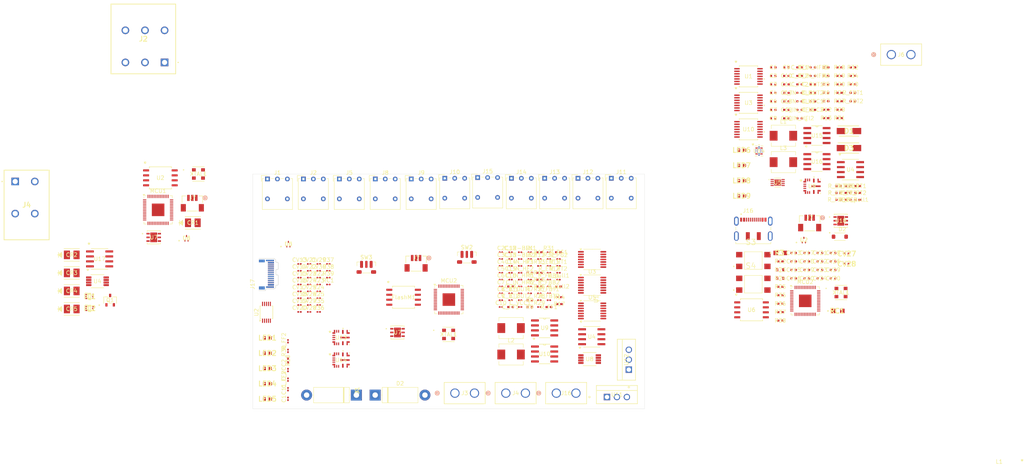
<source format=kicad_pcb>
(kicad_pcb (version 20240108) (generator "pcbnew") (generator_version "8.0")
  (layers (0 "F.Cu" signal) (1 "In1.Cu" signal) (2 "In2.Cu" signal) (3 "In3.Cu" signal) (4 "In4.Cu" signal) (31 "B.Cu" signal) (34 "B.Paste" user) (35 "F.Paste" user) (36 "B.SilkS" user "B.Silkscreen") (37 "F.SilkS" user "F.Silkscreen") (38 "B.Mask" user) (39 "F.Mask" user) (44 "Edge.Cuts" user))
  (net 0 "")
  (net 1 "Net-(U1-T+)")
  (net 2 "GND")
  (net 3 "Net-(U1-T-)")
  (net 4 "+3.3V")
  (net 5 "+5V")
  (net 6 "Net-(U3-T+)")
  (net 7 "Net-(U3-T-)")
  (net 8 "Net-(U5-T+)")
  (net 9 "Net-(U5-T-)")
  (net 10 "Net-(U8-EN)")
  (net 11 "Net-(MCU2-RUN)")
  (net 12 "Net-(MCU2-VREG_VOUT)")
  (net 13 "/5V REG")
  (net 14 "Net-(U13-SW)")
  (net 15 "Net-(U13-CBOOT)")
  (net 16 "Net-(U14-SW)")
  (net 17 "Net-(U14-CBOOT)")
  (net 18 "Net-(C_FF1-Pad1)")
  (net 19 "Net-(U13-FB)")
  (net 20 "Net-(U14-FB)")
  (net 21 "Net-(C_FF2-Pad1)")
  (net 22 "+16V")
  (net 23 "+12V")
  (net 24 "Net-(U13-VCC)")
  (net 25 "Net-(U14-VCC)")
  (net 26 "Net-(D1-A)")
  (net 27 "Net-(D2-A)")
  (net 28 "/RP2040 Standard/MCU QSPI_SD0")
  (net 29 "/RP2040 Standard/MCU QSPI_SD1")
  (net 30 "/RP2040 Standard/MCU QSPI_SS")
  (net 31 "/RP2040 Standard/MCU QSPI_SD2")
  (net 32 "/RP2040 Standard/MCU QSPI_SD3")
  (net 33 "/RP2040 Standard/MCU QSPI_SCLK")
  (net 34 "/THERMO1 T+")
  (net 35 "Net-(J2-Pin_1)")
  (net 36 "Net-(J5-Pin_1)")
  (net 37 "Net-(J7-Pad3)")
  (net 38 "Net-(J7-Pad1)")
  (net 39 "/THERMO1 T-")
  (net 40 "/THERMO2 T+")
  (net 41 "/THERMO2 T-")
  (net 42 "/THERMO3 T+")
  (net 43 "/THERMO3 T-")
  (net 44 "/ADC_AIN0")
  (net 45 "/RP2040 Standard/USB_DM")
  (net 47 "Net-(J17-CC1)")
  (net 50 "Net-(J17-CC2)")
  (net 53 "/RP2040 Standard/USB_DP")
  (net 55 "Net-(LED1-A)")
  (net 56 "Net-(LED2-K)")
  (net 57 "Net-(LED2-A)")
  (net 58 "Net-(LED3-A)")
  (net 59 "Net-(LED3-K)")
  (net 60 "Net-(LED4-A)")
  (net 61 "Net-(LED4-K)")
  (net 62 "Net-(LED5-K)")
  (net 63 "Net-(LED5-A)")
  (net 64 "/SPI_MOSI")
  (net 65 "/THERMO3_~{FAULT}")
  (net 66 "/THERMO2_~{FAULT}")
  (net 67 "/RS_RX")
  (net 68 "Net-(MCU2-USB_DM)")
  (net 69 "Net-(MCU2-SWCLK)")
  (net 70 "/RP2040 Standard/GP26_ADC0")
  (net 71 "/THERMO3_~{DRDY}")
  (net 72 "/DC.DC2 PGOOD")
  (net 73 "/THERMO1_~{CS}")
  (net 74 "/THERMO1_~{FAULT}")
  (net 75 "/RP2040 Standard/GP9{slash}SPI1 ~{CS}")
  (net 76 "/THERMO2_~{CS}")
  (net 77 "/Valve Control 2")
  (net 78 "/RP2040 Standard/GP29_ADC3")
  (net 79 "Net-(MCU2-SWD)")
  (net 80 "/RP2040 Standard/GP8{slash}SPI1 MISO")
  (net 81 "/RP2040 Standard/GP10{slash}SPI1 SCK")
  (net 82 "CRYSTAL")
  (net 84 "/ADC SDA I2C")
  (net 85 "/RP2040 Standard/GPIO3")
  (net 86 "/SPI_SCK")
  (net 87 "Net-(MCU2-USB_DP)")
  (net 88 "/RP2040 Standard/GP25{slash}PWM4 B")
  (net 89 "/ADC SDL I2C")
  (net 90 "/THERMO3_~{CS}")
  (net 91 "/DC.DC1 PGOOD")
  (net 92 "/RS_TX")
  (net 93 "/THERMO1_~{DRDY}")
  (net 94 "/RP2040 Standard/GP27_ADC1")
  (net 95 "/SPI_MISO")
  (net 96 "/THERMO2_~{DRDY}")
  (net 97 "/RP2040 Standard/GP28_ADC2")
  (net 98 "/RS_ENABLE")
  (net 99 "/Valve Control 1")
  (net 100 "/ADC RDY")
  (net 101 "Net-(U2-SDA)")
  (net 102 "Net-(U2-SCL)")
  (net 103 "/RP2040 Standard/~{RST}")
  (net 104 "Net-(XTAL1-TRI-STATE(STBY))")
  (net 105 "/RP2040 Standard/~{USB_BOOT}")
  (net 106 "Net-(U13-EN{slash}SYNC)")
  (net 107 "Net-(U14-EN{slash}SYNC)")
  (net 108 "+3V3")
  (net 109 "Net-(U13-RT)")
  (net 110 "Net-(U14-RT)")
  (net 113 "Net-(U2-ADDR)")
  (net 120 "Net-(U10-T+)")
  (net 121 "Net-(U10-T-)")
  (net 122 "Net-(U9-SW)")
  (net 123 "Net-(U9-CBOOT)")
  (net 124 "Net-(U9-VCC)")
  (net 125 "Net-(D2-PadA)")
  (net 126 "Net-(D3-A)")
  (net 135 "Net-(J16-CC1)")
  (net 136 "Net-(J16-CC2)")
  (net 137 "Net-(LED6-A)")
  (net 138 "Net-(LED7-A)")
  (net 139 "Net-(LED8-A)")
  (net 140 "Net-(LED9-A)")
  (net 141 "/TEMP ALERT")
  (net 142 "/TEMP SDA I2C")
  (net 143 "/TEMP SDL I2C")
  (net 144 "Net-(Q1-D)")
  (net 145 "Net-(U15-1SOURCE)")
  (net 146 "Net-(U15-2SOURCE)")
  (net 147 "Net-(U16-1SOURCE)")
  (net 148 "Net-(U16-2SOURCE)")
  (net 149 "Net-(U14-SCL)")
  (net 150 "Net-(U14-SDA)")
  (net 151 "Net-(U9-EN{slash}SYNC)")
  (net 152 "Net-(U9-FB)")
  (net 153 "Net-(U9-RT)")
  (net 163 "Net-(U4-EN)")
  (net 164 "Net-(CR1-Pad2)")
  (net 165 "Net-(CR2-Pad1)")
  (net 166 "Net-(CR3-Pad1)")
  (net 167 "Net-(CR4-Pad1)")
  (net 168 "Net-(CR5-Pad1)")
  (net 169 "Net-(IC1-E1)")
  (net 170 "Net-(IC1-E2)")
  (net 171 "Net-(IC2-E1)")
  (net 172 "Net-(IC2-E2)")
  (net 173 "Net-(J4-1.1)")
  (net 174 "Net-(J4-2.1)")
  (net 175 "Net-(MCU1-VREG_VOUT)")
  (net 176 "Net-(MCU1-USB_DP)")
  (net 177 "Net-(MCU1-SWCLK)")
  (net 178 "Net-(MCU1-RUN)")
  (net 179 "Net-(MCU1-SWD)")
  (net 180 "Net-(MCU1-USB_DM)")
  (net 182 "Net-(MCU1-GPIO25)")
  (footprint "SWD_Con:CONN_BM03B-SRSS-TBLFSN_JST" (layer "F.Cu") (at 232.6577 72.6083)
    (property "Reference" "J7")
    (property "Value" "BM03B-SRSS-TBLFSN")
  )
  (footprint "Capacitor_SMD:C_0201_0603Metric" (layer "F.Cu") (at 153.855 94)
    (property "Reference" "C10")
    (property "Value" "10nF")
  )
  (footprint "Resistor_SMD:R_0201_0603Metric" (layer "F.Cu") (at 166.105 92.25)
    (property "Reference" "R_FBT2")
    (property "Value" "100K")
  )
  (footprint "NOR Flash:SOIC_208MIL_WIN" (layer "F.Cu") (at 66.931601 60.9954)
    (property "Reference" "U2")
    (property "Value" "W25Q128JVSIQ TR")
  )
  (footprint "Package_SO:TSSOP-14_4.4x5mm_P0.65mm" (layer "F.Cu") (at 177.124201 94.9948)
    (property "Reference" "U5")
    (property "Value" "MAX31856")
  )
  (footprint "Package_SO:TSSOP-14_4.4x5mm_P0.65mm" (layer "F.Cu") (at 177.124201 88.4198)
    (property "Reference" "U3")
    (property "Value" "MAX31856")
  )
  (footprint "Resistor_SMD:R_0201_0603Metric" (layer "F.Cu") (at 109.795 88.25)
    (property "Reference" "RC1")
    (property "Value" "5k1")
  )
  (footprint "RES_0402:RES_0402" (layer "F.Cu") (at 168.740798 93.237997)
    (property "Reference" "R17")
    (property "Value" "10k")
  )
  (footprint "Capacitor_0402:Capacitor_0402" (layer "F.Cu") (at 230.0805 39.2744)
    (property "Reference" "C_IN-BLK1")
    (property "Value" "C")
  )
  (footprint "Capacitor_0402:Capacitor_0402" (layer "F.Cu") (at 238.6327 84.516)
    (property "Reference" "CV29")
    (property "Value" "1uF")
  )
  (footprint "Capacitor_0402:Capacitor_0402" (layer "F.Cu") (at 226.7183 32.7692)
    (property "Reference" "C9")
    (property "Value" "10nF")
  )
  (footprint "Capacitor_0402:Capacitor_0402" (layer "F.Cu") (at 231.9083 82.3476)
    (property "Reference" "CV18")
    (property "Value" "1uF")
  )
  (footprint "DCDC_LM61460:VQFN-HR14_RJR_TEX" (layer "F.Cu") (at 233.260799 63.138599)
    (property "Reference" "U9")
    (property "Value" "LM61460AASQRJRRQ1")
  )
  (footprint "Capacitor_0402:Capacitor_0402" (layer "F.Cu") (at 233.4427 39.2744)
    (property "Reference" "C_OUT2")
    (property "Value" "C")
  )
  (footprint "LDO ST1L05A:DFN_5APU33R_STM" (layer "F.Cu") (at 127.4478 100.5)
    (property "Reference" "U7")
    (property "Value" "ST1L05APU33R")
  )
  (footprint "RES_0402:RES_0402" (layer "F.Cu") (at 243.668995 32.7652)
    (property "Reference" "R32")
    (property "Value" "100")
  )
  (footprint "LED-Green_VLMC3100-GS08:LED_PLCC_VSMB" (layer "F.Cu") (at 44.302901 80.6762)
    (property "Reference" "CR2")
    (property "Value" "VLMC3100-GS08")
  )
  (footprint "Button_Switch_THT:SW_Lever_1P2T_NKK_GW12LxH" (layer "F.Cu") (at 147.92 60.92)
    (property "Reference" "J15")
    (property "Value" "Conn_01x01_Socket")
  )
  (footprint "Capacitor_SMD:C_0201_0603Metric" (layer "F.Cu") (at 104.895 93.5)
    (property "Reference" "CV27")
    (property "Value" "4.7uF")
  )
  (footprint "RES_0402:RES_0402" (layer "F.Cu") (at 236.825799 37.086)
    (property "Reference" "R5")
    (property "Value" "2k")
  )
  (footprint "Button_Switch_SMD:SW_Push_1P1T-MP_NO_Horizontal_Alps_SKRTLAE010" (layer "F.Cu") (at 145.15 81.45)
    (property "Reference" "SW2")
    (property "Value" "SW_Push")
  )
  (footprint "Capacitor_0402:Capacitor_0402" (layer "F.Cu") (at 156.305 88.75)
    (property "Reference" "C23")
    (property "Value" "100nF")
  )
  (footprint "Capacitor_0402:Capacitor_0402" (layer "F.Cu") (at 230.0805 37.106)
    (property "Reference" "C_FF2")
    (property "Value" "C")
  )
  (footprint "Diode-Schottky_RSX301L:DIOM5026X220N" (layer "F.Cu") (at 242.685 53.38)
    (property "Reference" "D3")
    (property "Value" "RSX301L-30DDTE25" (hide yes))
  )
  (footprint "RES_0402:RES_0402" (layer "F.Cu") (at 225.155799 82.3356)
    (property "Reference" "R22")
    (property "Value" "1k")
  )
  (footprint "Capacitor_0402:Capacitor_0402" (layer "F.Cu") (at 156.305 94)
    (property "Reference" "C_FF1")
    (property "Value" "C")
  )
  (footprint "2 PMOS:D8" (layer "F.Cu") (at 234.5096 50.1871)
    (property "Reference" "U15")
    (property "Value" "TPS1120DR")
  )
  (footprint "Capacitor_0402:Capacitor_0402" (layer "F.Cu") (at 223.3561 41.4428)
    (property "Reference" "C6")
    (property "Value" "100nF")
  )
  (footprint "I2C Voltage Translator:TSSOP8_SOT505-1_NXP" (layer "F.Cu") (at 50.873001 87.4124)
    (property "Reference" "U4")
    (property "Value" "PCA9306DP_118")
  )
  (footprint "Thermocouple:21-0066J_14_MXM" (layer "F.Cu") (at 217.0374 35.0679)
    (property "Reference" "U1")
    (property "Value" "MAX31856MUD+T")
  )
  (footprint "Capacitor_SMD:C_0201_0603Metric" (layer "F.Cu") (at 104.895 84.75)
    (property "Reference" "CV22")
    (property "Value" "100nF")
  )
  (footprint "AMASS_XT30UPB-M:CONN_XT30UPB-M_AMA" (layer "F.Cu") (at 253.5 29.5)
    (property "Reference" "J6")
    (property "Value" "XT30UPB-M")
  )
  (footprint "Capacitor_0402:Capacitor_0402" (layer "F.Cu") (at 226.7183 43.6112)
    (property "Reference" "C19")
    (property "Value" "100nF")
  )
  (footprint "Button_Switch_THT:SW_Lever_1P2T_NKK_GW12LxH" (layer "F.Cu") (at 165.0225 61.1025)
    (property "Reference" "J13")
    (property "Value" "Conn_01x01_Socket")
  )
  (footprint "Capacitor_0402:Capacitor_0402" (layer "F.Cu") (at 226.7183 37.106)
    (property "Reference" "C11")
    (property "Value" "100 nF")
  )
  (footprint "Capacitor_SMD:C_0201_0603Metric" (layer "F.Cu") (at 158.755 81.75)
    (property "Reference" "C_IN-BLK2")
    (property "Value" "C")
  )
  (footprint "Capacitor_0402:Capacitor_0402" (layer "F.Cu") (at 231.9083 84.516)
    (property "Reference" "CV19")
    (property "Value" "100nF")
  )
  (footprint "Red SMD LED:HSMHH191" (layer "F.Cu") (at 94.25 109.7)
    (property "Reference" "LED3")
    (property "Value" "HSMH-H191" (hide yes))
  )
  (footprint "RES_0402:RES_0402" (layer "F.Cu") (at 161.205 94)
    (property "Reference" "R9")
    (property "Value" "10K")
  )
  (footprint "Capacitor_0402:Capacitor_0402" (layer "F.Cu") (at 226.7183 45.7796)
    (property "Reference" "C20")
    (property "Value" "10nF")
  )
  (footprint "Resistor_SMD:R_0201_0603Metric" (layer "F.Cu") (at 168.555 83.5)
    (property "Reference" "R_RT1")
    (property "Value" "R")
  )
  (footprint "Capacitor_SMD:C_0201_0603Metric" (layer "F.Cu") (at 104.895 88.25)
    (property "Reference" "CV24")
    (property "Value" "100nF")
  )
  (footprint "Capacitor_SMD:C_0201_0603Metric" (layer "F.Cu") (at 102.445 91.75)
    (property "Reference" "CV18")
    (property "Value" "1uF")
  )
  (footprint "Schottky RSX301L:DIOM5026X220N" (layer "F.Cu") (at 242.685 49.03)
    (property "Reference" "D1")
    (property "Value" "RSX301L-30DDTE25" (hide yes))
  )
  (footprint "LED-Green_VLMC3100-GS08:LED_PLCC_VSMB" (layer "F.Cu") (at 75.212901 72.4762)
    (property "Reference" "CR1")
    (property "Value" "VLMC3100-GS08")
  )
  (footprint "2 PNP:SOTFL50P160X60-6N" (layer "F.Cu") (at 48.884501 94.3578)
    (property "Reference" "IC2")
    (property "Value" "NSVT30010MXV6T1G" (hide yes))
  )
  (footprint "Thermocouple:21-0066J_14_MXM" (layer "F.Cu") (at 217.0374 41.8337)
    (property "Reference" "U3")
    (property "Value" "MAX31856MUD+T")
  )
  (footprint "Resistor_SMD:R_0201_0603Metric" (layer "F.Cu") (at 163.655 83.5)
    (property "Reference" "R13")
    (property "Value" "100")
  )
  (footprint "ADS1114:RUG10" (layer "F.Cu") (at 219.7302 54.133)
    (property "Reference" "U14")
    (property "Value" "ADS1114IRUGR")
  )
  (footprint "Capacitor_SMD:C_0201_0603Metric" (layer "F.Cu") (at 102.445 90)
    (property "Reference" "CV17")
    (property "Value" "100nF")
  )
  (footprint "Capacitor_SMD:C_0201_0603Metric" (layer "F.Cu") (at 99.5 110.105 90)
    (property "Reference" "C_VCC2")
    (property "Value" "C")
  )
  (footprint "Red SMD LED:HSMHH191" (layer "F.Cu") (at 94.25 101.9)
    (property "Reference" "LED1")
    (property "Value" "HSMH-H191" (hide yes))
  )
  (footprint "Capacitor_SMD:C_0201_0603Metric" (layer "F.Cu") (at 153.855 90.5)
    (property "Reference" "C8")
    (property "Value" "100nF")
  )
  (footprint "RES_R0603_27:RES_R0603_27" (layer "F.Cu") (at 225.155799 84.496)
    (property "Reference" "R23")
    (property "Value" "27")
  )
  (footprint "AMASS_XT30UPB-M:CONN_XT30UPB-M_AMA" (layer "F.Cu") (at 155.1049 116)
    (property "Reference" "J4")
    (property "Value" "XT30UPB-M")
  )
  (footprint "Capacitor_SMD:C_0201_0603Metric" (layer "F.Cu") (at 153.855 80)
    (property "Reference" "C2")
    (property "Value" "100nF")
  )
  (footprint "Resistor_SMD:R_0201_0603Metric" (layer "F.Cu") (at 163.655 94)
    (property "Reference" "R29")
    (property "Value" "2k")
  )
  (footprint "AMASS_XT30UPB-M:CONN_XT30UPB-M_AMA" (layer "F.Cu") (at 142.1049 116)
    (property "Reference" "J3")
    (property "Value" "XT30UPB-M")
  )
  (footprint "Capacitor_0402:Capacitor_0402" (layer "F.Cu") (at 235.2705 86.6844)
    (property "Reference" "CV24")
    (property "Value" "100nF")
  )
  (footprint "PMEG2010ER:SODFL3517X110N" (layer "F.Cu") (at 240.355 76.025)
    (property "Reference" "D2")
    (property "Value" "PMEG2010ER")
  )
  (footprint "Resistor_SMD:R_0201_0603Metric" (layer "F.Cu") (at 99.5 102.755 90)
    (property "Reference" "R_FF2")
    (property "Value" "R")
  )
  (footprint "Capacitor_0402:Capacitor_0402" (layer "F.Cu") (at 223.3561 45.7796)
    (property "Reference" "C8")
    (property "Value" "10nF")
  )
  (footprint "Resistor_SMD:R_0201_0603Metric" (layer "F.Cu") (at 107.345 91.75)
    (property "Reference" "R25")
    (property "Value" "100")
  )
  (footprint "Button_Switch_THT:SW_Lever_1P2T_NKK_GW12LxH" (layer "F.Cu") (at 112.61 61.285)
    (property "Reference" "J5")
    (property "Value" "Conn_01x01_Socket")
  )
  (footprint "RES_0402:RES_0402" (layer "F.Cu") (at 240.247397 34.9256)
    (property "Reference" "R19")
    (property "Value" "47")
  )
  (footprint "Button_Switch_SMD:SW_Push_1P1T-MP_NO_Horizontal_Alps_SKRTLAE010" (layer "F.Cu") (at 119.5 84)
    (property "Reference" "SW3")
    (property "Value" "SW_Push")
  )
  (footprint "RES_0402:RES_0402" (layer "F.Cu") (at 244.91 63.09)
    (property "Reference" "R_RT1")
    (property "Value" "R")
  )
  (footprint "Dual PMOS:D8" (layer "F.Cu") (at 165 106)
    (property "Reference" "U10")
    (property "Value" "TPS1120DR")
  )
  (footprint "RES_0402:RES_0402" (layer "F.Cu") (at 99.5 107.655 90)
    (property "Reference" "R10")
    (property "Value" "10K")
  )
  (footprint "NOR Flash:SOIC_208MIL_WIN" (layer "F.Cu") (at 217.8121 94.7176)
    (property "Reference" "U6")
    (property "Value" "W25Q128JVSIQ TR")
  )
  (footprint "Button_Switch_THT:SW_Lever_1P2T_NKK_GW12LxH" (layer "F.Cu") (at 173.5225 61.1025)
    (property "Reference" "J12")
    (property "Value" "Conn_01x01_Socket")
  )
  (footprint "Diode_THT:D_5W_P12.70mm_Horizontal" (layer "F.Cu") (at 116.9549 116.5 180)
    (property "Reference" "D1")
    (property "Value" "1N5818")
  )
  (footprint "R_0805_5K1:R_0805_5K1" (layer "F.Cu") (at 225.155799 80.1752)
    (property "Reference" "R3")
    (property "Value" "5k1" (hide yes))
  )
  (footprint "Resistor_SMD:R_0201_0603Metric" (layer "F.Cu") (at 166.105 88.75)
    (property "Reference" "R_FBB2")
    (property "Value" "R")
  )
  (footprint "Red SMD LED:HSMHH191" (layer "F.Cu") (at 94.25 113.6)
    (property "Reference" "LED4")
    (property "Value" "HSMH-H191" (hide yes))
  )
  (footprint "Resistor_SMD:R_0201_0603Metric" (layer "F.Cu") (at 109.795 83)
    (property "Reference" "R37")
    (property "Value" "10k")
  )
  (footprint "Resistor_SMD:R_0201_0603Metric" (layer "F.Cu") (at 161.205 83.5)
    (property "Reference" "R3")
    (property "Value" "2k")
  )
  (footprint "Package_SO:TSSOP-10_3x3mm_P0.5mm" (layer "F.Cu") (at 94 95.35 90)
    (property "Reference" "U2")
    (property "Value" "ADS1114IDGS")
  )
  (footprint "Capacitor_SMD:C_0201_0603Metric" (layer "F.Cu") (at 158.755 87)
    (property "Reference" "C_IN_HFI1")
    (property "Value" "C")
  )
  (footprint "Capacitor_SMD:C_0201_0603Metric" (layer "F.Cu") (at 104.895 86.5)
    (property "Reference" "CV23")
    (property "Value" "100nF")
  )
  (footprint "Thermocouple:21-0066J_14_MXM" (layer "F.Cu") (at 217.0374 48.5995)
    (property "Reference" "U10")
    (property "Value" "MAX31856MUD+T")
  )
  (footprint "Resistor_SMD:R_0201_0603Metric" (layer "F.Cu") (at 107.345 88.25)
    (property "Reference" "R23")
    (property "Value" "27")
  )
  (footprint "Capacitor_0402:Capacitor_0402" (layer "F.Cu") (at 235.2705 80.1792)
    (property "Reference" "CV21")
    (property "Value" "100nF")
  )
  (footprint "2 PMOS:D8" (layer "F.Cu") (at 234.5096 56.8513)
    (property "Reference" "U16")
    (property "Value" "TPS1120DR")
  )
  (footprint "USBC-DX07S016JA1:JAE_DX07S016JA1R1500" (layer "F.Cu") (at 218.27 72.775)
    (property "Reference" "J16")
    (property "Value" "DX07S016JA1R1500")
    (fp_line (start 2.875 -0.315) (end 3.125 -0.315) (stroke (width 0.01)) (layer "Edge.Cuts"))
    (fp_line (start 3.125 0.315) (end 2.875 0.315) (stroke (width 0.01)) (layer "Edge.Cuts"))
    (fp_arc (start 2.56 0) (mid 2.652261 -0.222739) (end 2.875 -0.315) (stroke (width 0.01)) (layer "Edge.Cuts"))
    (fp_arc (start 2.875 0.315) (mid 2.652261 0.222739) (end 2.56 0) (stroke (width 0.01)) (layer "Edge.Cuts"))
    (fp_arc (start 3.125 -0.315) (mid 3.347739 -0.222739) (end 3.44 0) (stroke (width 0.01)) (layer "Edge.Cuts"))
    (fp_arc (start 3.44 0) (mid 3.347739 0.222739) (end 3.125 0.315) (stroke (width 0.01)) (layer "Edge.Cuts"))
  )
  (footprint "Capacitor_0402:Capacitor_0402" (layer "F.Cu") (at 233.4427 37.106)
    (property "Reference" "C_OUT1")
    (property "Value" "C")
  )
  (footprint "Capacitor_SMD:C_0201_0603Metric" (layer "F.Cu") (at 104.895 90)
    (property "Reference" "CV25")
    (property "Value" "1uF")
  )
  (footprint "Resistor_SMD:R_0201_0603Metric" (layer "F.Cu") (at 166.105 81.75)
    (property "Reference" "R32")
    (property "Value" "30")
  )
  (footprint "I2C Voltage Translator:TSSOP8_SOT505-1_NXP" (layer "F.Cu") (at 176.487701 107.3044)
    (property "Reference" "U8")
    (property "Value" "PCA9306DP_118")
  )
  (footprint "Capacitor_SMD:C_0201_0603Metric" (layer "F.Cu") (at 99.5 117.455 90)
    (property "Reference" "C1")
    (property "Value" "10nF")
  )
  (footprint "Red SMD LED:HSMHH191" (layer "F.Cu") (at 94.25 117.5)
    (property "Reference" "LED5")
    (property "Value" "HSMH-H191" (hide yes))
  )
  (footprint "Red SMD LED:HSMHH191" (layer "F.Cu") (at 215.275 61.725)
    (property "Reference" "LED8")
    (property "Value" "HSMH-H191" (hide yes))
  )
  (footprint "Resistor_SMD:R_0201_0603Metric" (layer "F.Cu") (at 107.345 93.5)
    (property "Reference" "R35")
    (property "Value" "100")
  )
  (footprint "Button_Switch_THT:SW_Lever_1P2T_NKK_GW12LxH" (layer "F.Cu") (at 121.785 61.285)
    (property "Reference" "J8")
    (property "Value" "Conn_01x01_Socket")
  )
  (footprint "RES_0402:RES_0402" (layer "F.Cu") (at 236.825799 41.4068)
    (property "Reference" "R7")
    (property "Value" "100")
  )
  (footprint "Capacitor_SMD:C_0201_0603Metric" (layer "F.Cu") (at 153.855 88.75)
    (property "Reference" "C7")
    (property "Value" "10nF")
  )
  (footprint "LED-Green_VLMC3100-GS08:LED_PLCC_VSMB" (layer "F.Cu") (at 44.302901 85.283)
    (property "Reference" "CR3")
    (property "Value" "VLMC3100-GS08")
  )
  (footprint "RES_0402:RES_0402" (layer "F.Cu") (at 240.247397 41.4068)
    (property "Reference" "R27")
    (property "Value" "2k")
  )
  (footprint "Capacitor_0402:Capacitor_0402" (layer "F.Cu") (at 223.3561 32.7692)
    (property "Reference" "C1")
    (property "Value" "100nF")
  )
  (footprint "RES_0402:RES_0402" (layer "F.Cu") (at 243.668995 39.2464)
    (property "Reference" "R_FBT1")
    (property "Value" "100K")
  )
  (footprint "Resistor_SMD:R_0201_0603Metric" (layer "F.Cu") (at 163.655 92.25)
    (property "Reference" "R28")
    (property "Value" "30")
  )
  (footprint "RS Transceiver:21-0041-3-M_90-0096-8L_MXM" (layer "F.Cu") (at 51.420301 81.703)
    (property "Reference" "U17")
    (property "Value" "MAX485CSA+T")
  )
  (footprint "Capacitor_0402:Capacitor_0402" (layer "F.Cu") (at 233.4427 43.6112)
    (property "Reference" "C_VCC2")
    (property "Value" "C")
  )
  (footprint "RES_0402:RES_0402" (layer "F.Cu") (at 240.247397 37.086)
    (property "Reference" "R20")
    (property "Value" "47")
  )
  (footprint "Capacitor_0402:Capacitor_0402" (layer "F.Cu") (at 238.6327 80.1792)
    (property "Reference" "CV25")
    (property "Value" "1uF")
  )
  (footprint "Capacitor_SMD:C_0201_0603Metric" (layer "F.Cu") (at 102.445 86.5)
    (property "Reference" "CV15")
    (property "Value" "1uF")
  )
  (footprint "RES_0402:RES_0402" (layer "F.Cu") (at 236.825799 34.9256)
    (property "Reference" "R2")
    (property "Value" "100")
  )
  (footprint "DCDC_LM61460:VQFN-HR14_RJR_TEX" (layer "F.Cu") (at 113.050001 101.800602)
    (property "Reference" "U13")
    (property "Value" "LM61460AASQRJRRQ1")
  )
  (footprint "RES_0402:RES_0402" (layer "F.Cu") (at 168.740798 91.487997)
    (property "Reference" "R14")
    (property "Value" "10k")
  )
  (footprint "Capacitor_0402:Capacitor_0402" (layer "F.Cu") (at 228.5461 82.3476)
    (property "Reference" "CV14")
    (property "Value" "100nF")
  )
  (footprint "Capacitor_SMD:C_0201_0603Metric" (layer "F.Cu") (at 102.445 84.75)
    (property "Reference" "CV14")
    (property "Value" "100nF")
  )
  (footprint "RES_0402:RES_0402" (layer "F.Cu") (at 161.205 85.25)
    (property "Reference" "R4")
    (property "Value" "200k")
  )
  (footprint "Resistor_SMD:R_0201_0603Metric" (layer "F.Cu") (at 161.205 90.5)
    (property "Reference" "R7")
    (property "Value" "100")
  )
  (footprint "RES_0402:RES_0402" (layer "F.Cu") (at 240.247397 32.7652)
    (property "Reference" "R18")
    (property "Value" "47")
  )
  (footprint "Capacitor_0402:Capacitor_0402" (layer "F.Cu") (at 226.7183 39.2744)
    (property "Reference" "C17")
    (property "Value" "10nF")
  )
  (footprint "RES_0402:RES_0402" (layer "F.Cu") (at 243.668995 34.9256)
    (property "Reference" "R34")
    (property "Value" "2k")
  )
  (footprint "Inductor_SMD:L_Neosid_SM-PIC0512H" (layer "F.Cu") (at 225.95 50.23)
    (property "Reference" "L1")
    (property "Value" "L")
  )
  (footprint "Capacitor_SMD:C_0201_0603Metric" (layer "F.Cu") (at 107.345 83)
    (property "Reference" "CV29")
    (property "Value" "1uF")
  )
  (footprint "RES_0402:RES_0402" (layer "F.Cu") (at 168.555 80)
    (property "Reference" "R_PG1")
    (property "Value" "R")
  )
  (footprint "Inductor_SMD:L_Neosid_SM-PIC0512H" (layer "F.Cu") (at 225.95 56.98)
    (property "Reference" "L3")
    (property "Value" "L")
  )
  (footprint "Capacitor_SMD:C_0201_0603Metric" (layer "F.Cu") (at 153.855 85.25)
    (property "Reference" "C5")
    (property "Value" "100 nF")
  )
  (footprint "RES_0402:RES_0402" (layer "F.Cu") (at 163.655 80)
    (property "Reference" "R11")
    (property "Value" "20K")
  )
  (footprint "Capacitor_0402:Capacitor_0402" (layer "F.Cu") (at 231.9083 86.6844)
    (property "Reference" "CV20")
    (property "Value" "100nF")
  )
  (footprint "C_4uF7_0402:C_4uF7_0402" (layer "F.Cu") (at 242.105 80.395)
    (property "Reference" "CV27")
    (property "Value" "4.7uF" (hide yes))
  )
  (footprint "RES_0402:RES_0402" (layer "F.Cu") (at 242.46 63.09)
    (property "Reference" "R_FBB2")
    (property "Value" "R")
  )
  (footprint "Capacitor_0402:Capacitor_0402" (layer "F.Cu") (at 223.3561 39.2744)
    (property "Reference" "C4")
    (property "Value" "10nF")
  )
  (footprint "Capacitor_0402:Capacitor_0402" (layer "F.Cu") (at 226.7183 34.9376)
    (property "Reference" "C10")
    (property "Value" "10nF")
  )
  (footprint "Package_DFN_QFN:QFN-56-1EP_7x7mm_P0.4mm_EP3.2x3.2mm" (layer "F.Cu") (at 66.349501 69.1678)
    (property "Reference" "MCU1")
    (property "Value" "RP2040")
  )
  (footprint "Red SMD LED:HSMHH191" (layer "F.Cu") (at 215.275 65.625)
    (property "Reference" "LED9")
    (property "Value" "HSMH-H191" (hide yes))
  )
  (footprint "RES_0402:RES_0402" (layer "F.Cu") (at 240.247397 43.5672)
    (property "Reference" "R28")
    (property "Value" "100")
  )
  (footprint "RES_0402:RES_0402" (layer "F.Cu") (at 236.825799 32.7652)
    (property "Reference" "R1")
    (property "Value" "100")
  )
  (footprint "Resistor_SMD:R_0201_0603Metric" (layer "F.Cu") (at 166.105 80)
    (property "Reference" "R31")
    (property "Value" "30")
  )
  (footprint "Package_SO:TSSOP-14_4.4x5mm_P0.65mm" (layer "F.Cu") (at 177.124201 81.8448)
    (property "Reference" "U1")
    (property "Value" "MAX31856")
  )
  (footprint "RES_0402:RES_0402" (layer "F.Cu") (at 225.155799 97.4584)
    (property "Reference" "R38")
    (property "Value" "1k")
  )
  (footprint "Resistor_SMD:R_0201_0603Metric" (layer "F.Cu") (at 109.795 84.75)
    (property "Reference" "R38")
    (property "Value" "1k")
  )
  (footprint "Capacitor_0402:Capacitor_0402" (layer "F.Cu") (at 233.4427 34.9376)
    (property "Reference" "C_IN_HFI4")
    (property "Value" "C")
  )
  (footprint "RES_0402:RES_0402" (layer "F.Cu") (at 163.655 85.25)
    (property "Reference" "R15")
    (property "Value" "20K")
  )
  (footprint "Inductor_SMD:L_Neosid_SM-PIC0512H" (layer "F.Cu") (at 156.4404 99.3787)
    (property "Reference" "L1")
    (property "Value" "L")
  )
  (footprint "ESD7L5-Diode:SOT-723_0P85X1P25_ONS" (layer "F.Cu") (at 73.600001 76.4285)
    (property "Reference" "U6")
    (property "Value" "ESD7L5.0DT5G")
  )
  (footprint "RES_0402:RES_0402" (layer "F.Cu") (at 236.825799 39.2464)
    (property "Reference" "R6")
    (property "Value" "100")
  )
  (footprint "SWD_Con:CONN_BM03B-SRSS-TBLFSN_JST" (layer "F.Cu") (at 132.2 82.903401)
    (property "Reference" "J7")
    (property "Value" "BM03B-SRSS-TBLFSN")
  )
  (footprint "Resistor_SMD:R_0201_0603Metric" (layer "F.Cu") (at 166.105 83.5)
    (property "Reference" "R_ENT1")
    (property "Value" "R")
  )
  (footprint "Capacitor_0402:Capacitor_0402" (layer "F.Cu") (at 223.3561 43.6112)
    (property "Reference" "C7")
    (property "Value" "10nF")
  )
  (footprint "Capacitor_SMD:C_0201_0603Metric" (layer "F.Cu") (at 156.305 85.25)
    (property "Reference" "C15")
    (property "Value" "10nF")
  )
  (footprint "RS Transceiver:21-0041-3-M_90-0096-8L_MXM" (layer "F.Cu") (at 243.0708 58.8852)
    (property "Reference" "U4")
    (property "Value" "MAX485CSA+T")
  )
  (footprint "Connector_USB:USB_C_Plug_JAE_DX07P024AJ1" (layer "F.Cu") (at 94 85.5 90)
    (property "Reference" "J17")
    (property "Value" "USB_C")
    (fp_line (start -4.3 -1.93) (end -4.3 -0.2275) (stroke (width 0.1)) (layer "Edge.Cuts"))
    (fp_line (start -4.3 -0.2275) (end -3.9 -0.2275) (stroke (width 0.1)) (layer "Edge.Cuts"))
    (fp_line (start 3.9 1.9225) (end 3.9 -1.9175) (stroke (width 0.1)) (layer "Edge.Cuts"))
    (fp_line (start -3.9 1.9225) (end -3.9 -0.2275) (stroke (width 0.1)) (layer "Edge.Cuts"))
    (fp_line (start 3.575 2.3725) (end 3.9 1.9225) (stroke (width 0.1)) (layer "Edge.Cuts"))
    (fp_line (start 3.125 2.3725) (end 3.575 2.3725) (stroke (width 0.1)) (layer "Edge.Cuts"))
    (fp_line (start -3.125 2.3725) (end -3.53 2.3725) (stroke (width 0.1)) (layer "Edge.Cuts"))
    (fp_line (start -3.53 2.3725) (end -3.9 1.9225) (stroke (width 0.1)) (layer "Edge.Cuts"))
    (fp_line (start -0.1 2.4225) (end 0.9 2.4225) (stroke (width 0.1)) (layer "Edge.Cuts"))
    (fp_line (start -0.3 2.6225) (end -0.3 2.8225) (stroke (width 0.1)) (layer "Edge.Cuts"))
    (fp_line (start 2.925 2.8225) (end 2.925 2.5725) (stroke (width 0.1)) (layer "Edge.Cuts"))
    (fp_line (start 1.1 2.8225) (end 1.1 2.6225) (stroke (width 0.1)) (layer "Edge.Cuts"))
    (fp_line (start -2.925 2.8225) (end -2.925 2.5725) (stroke (width 0.1)) (layer "Edge.Cuts"))
    (fp_line (start 1.3 3.0225) (end 2.725 3.0225) (stroke (width 0.1)) (layer "Edge.Cuts"))
    (fp_line (start -0.5 3.0225) (end -2.725 3.0225) (stroke (width 0.1)) (layer "Edge.Cuts"))
    (fp_arc (start -3.125 2.3725) (mid -2.983579 2.431079) (end -2.925 2.5725) (stroke (width 0.1)) (layer "Edge.Cuts"))
    (fp_arc (start 0.9 2.4225) (mid 1.041421 2.481079) (end 1.1 2.6225) (stroke (width 0.1)) (layer "Edge.Cuts"))
    (fp_arc (start 2.925 2.5725) (mid 2.983579 2.431079) (end 3.125 2.3725) (stroke (width 0.1)) (layer "Edge.Cuts"))
    (fp_arc (start -0.3 2.6225) (mid -0.241421 2.481079) (end -0.1 2.4225) (stroke (width 0.1)) (layer "Edge.Cuts"))
    (fp_arc (start 2.925 2.8225) (mid 2.866421 2.963921) (end 2.725 3.0225) (stroke (width 0.1)) (layer "Edge.Cuts"))
    (fp_arc (start -0.3 2.8225) (mid -0.358579 2.963921) (end -0.5 3.0225) (stroke (width 0.1)) (layer "Edge.Cuts"))
    (fp_arc (start 1.3 3.0225) (mid 1.158579 2.963921) (end 1.1 2.8225) (stroke (width 0.1)) (layer "Edge.Cuts"))
    (fp_arc (start -2.725 3.0225) (mid -2.866421 2.963921) (end -2.925 2.8225) (stroke (width 0.1)) (layer "Edge.Cuts"))
  )
  (footprint "Capacitor_0402:Capacitor_0402" (layer "F.Cu") (at 228.5461 86.6844)
    (property "Reference" "CV16")
    (property "Value" "100nF")
  )
  (footprint "Capacitor_0402:Capacitor_0402" (layer "F.Cu") (at 235.2705 84.516)
    (property "Reference" "CV23")
    (property "Value" "100nF")
  )
  (footprint "Capacitor_0402:Capacitor_0402" (layer "F.Cu") (at 228.5461 84.516)
    (property "Reference" "CV15")
    (property "Value" "1uF")
  )
  (footprint "Resistor_SMD:R_0201_0603Metric" (layer "F.Cu") (at 107.345 95.25)
    (property "Reference" "R36")
    (property "Value" "1k")
  )
  (footprint "Inductor_SMD:L_Neosid_SM-PIC0512H" (layer "F.Cu") (at 156.4404 106.1287)
    (property "Reference" "L2")
    (property "Value" "L")
  )
  (footprint "RES_0402:RES_0402" (layer "F.Cu") (at 240.247397 39.2464)
    (property "Reference" "R21")
    (property "Value" "47")
  )
  (footprint "Capacitor_SMD:C_0201_0603Metric" (layer "F.Cu") (at 102.445 93.5)
    (property "Reference" "CV19")
    (property "Value" "100nF")
  )
  (footprint "LPT Conn 2 Entradas:1190297" (layer "F.Cu") (at 29.874501 61.9228)
    (property "Reference" "J4")
    (property "Value" "1190297" (hide yes))
  )
  (footprint "RES_0402:RES_0402" (layer "F.Cu") (at 243.668995 37.086)
    (property "Reference" "R40")
    (property "Value" "2k")
  )
  (footprint "Capacitor_SMD:C_0201_0603Metric" (layer "F.Cu") (at 102.445 83)
    (property "Reference" "CV13")
    (property "Value" "1uF")
  )
  (footprint "NMOS IRLZ44:PG-TO220-3_INF" (layer "F.Cu") (at 186.5 110 90)
    (property "Reference" "U12")
    (property "Value" "IRLZ44NPBF")
  )
  (footprint "Button_Switch_THT:SW_Lever_1P2T_NKK_GW12LxH" (layer "F.Cu") (at 130.96 61.285)
    (property "Reference" "J9")
    (property "Value" "Conn_01x01_Socket")
  )
  (footprint "NMOS_2N7002:PG-SOT23-3-5_INF_MIN" (layer "F.Cu") (at 54.106301 92.2386)
    (property "Reference" "Q1")
    (property "Value" "2N7002H6327XTSA2")
  )
  (footprint "LED-Green_VLMC3100-GS08:LED_PLCC_VSMB" (layer "F.Cu") (at 44.302901 89.8898)
    (property "Reference" "CR4")
    (property "Value" "VLMC3100-GS08")
  )
  (footprint "Button_Switch_THT:SW_Lever_1P2T_NKK_GW12LxH" (layer "F.Cu") (at 182.0225 61.1025)
    (property "Reference" "J11")
    (property "Value" "Conn_01x01_Socket")
  )
  (footprint "Capacitor_0402:Capacitor_0402" (layer "F.Cu") (at 230.0805 32.7692)
    (property "Reference" "C_BT1")
    (property "Value" "C")
  )
  (footprint "Capacitor_SMD:C_0201_0603Metric" (layer "F.Cu") (at 158.755 88.75)
    (property "Reference" "C_IN_HFI2")
    (property "Value" "C")
  )
  (footprint "RES_0402:RES_0402" (layer "F.Cu") (at 244.91 66.59)
    (property "Reference" "R_pull1")
    (property "Value" "R")
  )
  (footprint "Capacitor_0402:Capacitor_0402" (layer "F.Cu") (at 233.4427 32.7692)
    (property "Reference" "C_IN_HFI3")
    (property "Value" "C")
  )
  (footprint "Capacitor_0402:Capacitor_0402" (layer "F.Cu") (at 230.0805 45.7796)
    (property "Reference" "C_IN_HFI2")
    (property "Value" "C")
  )
  (footprint "AS12MHz:ASE-3.2X2.5_ABR" (layer "F.Cu") (at 76.644101 60.0048)
    (property "Reference" "XTAL1")
    (property "Value" "ASE-12.000MHZ-LC-T")
  )
  (footprint "RES_0402:RES_0402" (layer "F.Cu") (at 163.655 88.75)
    (property "Reference" "R26")
    (property "Value" "130")
  )
  (footprint "RES_0402:RES_0402" (layer "F.Cu") (at 236.825799 43.5672)
    (property "Reference" "R12")
    (property "Value" "2k")
  )
  (footprint "LDO ST1L05A:DFN_5APU33R_STM" (layer "F.Cu") (at 65.227301 76.2024)
    (property "Reference" "U7")
    (property "Value" "ST1L05APU33R")
  )
  (footprint "Capacitor_SMD:C_0201_0603Metric" (layer "F.Cu") (at 99.5 112.555 90)
    (property "Reference" "C_FF2")
    (property "Value" "C")
  )
  (footprint "RES_0402:RES_0402" (layer "F.Cu") (at 225.155799 95.298)
    (property "Reference" "R37")
    (property "Value" "10k")
  )
  (footprint "RES_0402:RES_0402" (layer "F.Cu") (at 242.46 66.59)
    (property "Reference" "R_PG2")
    (property "Value" "R")
  )
  (footprint "Capacitor_0402:Capacitor_0402" (layer "F.Cu") (at 230.0805 43.6112)
    (property "Reference" "C_IN_HFI1")
    (property "Value" "C")
  )
  (footprint "Capacitor_0402:Capacitor_0402" (layer "F.Cu") (at 230.0805 41.4428)
    (property "Reference" "C_IN-BLK2")
    (property "Value" "C")
  )
  (footprint "Capacitor_SMD:C_0201_0603Metric" (layer "F.Cu") (at 104.895 95.25)
    (property "Reference" "CV28")
    (property "Value" "4.7uF")
  )
  (footprint "SWD_Con:CONN_BM03B-SRSS-TBLFSN_JST" (layer "F.Cu") (at 75.087201 67.5461)
    (property "Reference" "J7")
    (property "Value" "BM03B-SRSS-TBLFSN")
  )
  (footprint "RES_0402:RES_0402" (layer "F.Cu") (at 242.46 64.84)
    (property "Reference" "R_FF2")
    (property "Value" "R")
  )
  (footprint "RES_R0603_27:RES_R0603_27" (layer "F.Cu") (at 225.155799 86.6564)
    (property "Reference" "R24")
    (property "Value" "27")
  )
  (footprint "Resistor_SMD:R_0201_0603Metric" (layer "F.Cu") (at 161.205 87)
    (property "Reference" "R5")
    (property "Value" "3k2")
  )
  (footprint "RES_0402:RES_0402" (layer "F.Cu") (at 240.01 63.09)
    (property "Reference" "R_ENT1")
    (property "Value" "R")
  )
  (footprint "Resistor_SMD:R_0201_0603Metric" (layer "F.Cu") (at 163.655 81.75)
    (property "Reference" "R12")
    (property "Value" "100")
  )
  (footprint "Resistor_SMD:R_0201_0603Metric" (layer "F.Cu") (at 109.795 86.5)
    (property "Reference" "R39")
    (property "Value" "5k1")
  )
  (footprint "Capacitor_SMD:C_0201_0603Metric" (layer "F.Cu") (at 158.755 90.5)
    (property "Reference" "C_OUT1")
    (property "Value" "C")
  )
  (footprint "Package_DFN_QFN:QFN-56-1EP_7x7mm_P0.4mm_EP3.2x3.2mm" (layer "F.Cu") (at 231.52 92.42)
    (property "Reference" "MCU2")
    (property "Value" "RP2040")
  )
  (footprint "NMOS IRLZ44:PG-TO220-3_INF" (layer "F.Cu") (at 180.92 117)
    (property "Reference" "U11")
    (property "Value" "IRLZ44NPBF")
  )
  (footprint "ESD7L5-Diode:SOT-723_0P85X1P25_ONS" (layer "F.Cu") (at 231.1705 76.8907)
    (property "Reference" "U2")
    (property "Value" "ESD7L5.0DT5G")
  )
  (footprint "Capacitor_0402:Capacitor_0402" (layer "F.Cu") (at 231.9083 80.1792)
    (property "Reference" "CV17")
    (property "Value" "100nF")
  )
  (footprint "Capacitor_0402:Capacitor_0402" (layer "F.Cu") (at 228.5461 80.1792)
    (property "Reference" "CV13")
    (property "Value" "1uF")
  )
  (footprint "Button_Switch_THT:SW_Lever_1P2T_NKK_GW12LxH" (layer "F.Cu") (at 156.5225 61.1025)
    (property "Reference" "J14")
    (property "Value" "Conn_01x01_Socket")
  )
  (footprint "Capacitor_SMD:C_0201_0603Metric" (layer "F.Cu") (at 153.855 87)
    (property "Reference" "C6")
    (property "Value" "10nF")
  )
  (footprint "Capacitor_SMD:C_0201_0603Metric" (layer "F.Cu") (at 158.755 83.5)
    (property "Reference" "C_IN_HF1")
    (property "Value" "C")
  )
  (footprint "Button_Switch_THT:SW_Lever_1P2T_NKK_GW12LxH" (layer "F.Cu") (at 103.435 61.285)
    (property "Reference" "J2")
    (property "Value" "Conn_01x01_Socket")
  )
  (footprint "RES_0402:RES_0402" (layer "F.Cu") (at 168.555 88.75)
    (property "Reference" "R_pull2")
    (property "Value" "R")
  )
  (footprint "RS Transceiver:21-0041-3-M_90-0096-8L_MXM" (layer "F.Cu") (at 177.035001 101.595)
    (property "Reference" "U4")
    (property "Value" "MAX485CSA+T")
  )
  (footprint "Capacitor_SMD:C_0201_0603Metric" (layer "F.Cu") (at 153.855 92.25)
    (property "Reference" "C9")
    (property "Value" "10nF")
  )
  (footprint "MCP9808-TempSensor:DFN8_2x3MC_MCH" (layer "F.Cu") (at 224.4824 62.1885)
    (property "Reference" "U5")
    (property "Value" "MCP9808T-E/MC")
  )
  (footprint "AS12MHz:ASE-3.2X2.5_ABR" (layer "F.Cu") (at 240.6546 90.297)
    (property "Reference" "XTAL1")
    (property "Value" "ASE-12.000MHZ-LC-T")
  )
  (footprint "Capacitor_0402:Capacitor_0402" (layer "F.Cu") (at 235.2705 82.3476)
    (property "Reference" "CV22")
    (property "Value" "100nF")
  )
  (footprint "Resistor_SMD:R_0201_0603Metric" (layer "F.Cu") (at 107.345 86.5)
    (property "Reference" "R22")
    (property "Value" "1k")
  )
  (footprint "LDO ST1L05A:DFN_5APU33R_STM" (layer "F.Cu") (at 240.5878 71.9546)
    (property "Reference" "U18")
    (property "Value" "ST1L05APU33R")
  )
  (footprint "Dual PMOS:D8" (layer "F.Cu") (at 165 99.3358)
    (property "Reference" "U9")
    (property "Value" "TPS1120DR")
  )
  (footprint "R_0805_5K1:R_0805_5K1" (layer "F.Cu") (at 239.825 95)
    (property "Reference" "RC1")
    (property "Value" "5k1" (hide yes))
  )
  (footprint "Button_Switch_THT:SW_Lever_1P2T_NKK_GW12LxH" (layer "F.Cu") (at 139.5225 61.1025)
    (property "Reference" "J10")
    (property "Value" "Conn_01x01_Socket")
  )
  (footprint "Resistor_SMD:R_0201_0603Metric" (layer "F.Cu") (at 99.5 105.205 90)
    (property "Reference" "R30")
    (property "Value" "2k")
  )
  (footprint "Capacitor_SMD:C_0201_0603Metric" (layer "F.Cu") (at 158.755 85.25)
    (property "Reference" "C_IN_HF2")
    (property "Value" "C")
  )
  (footprint "Capacitor_SMD:C_0201_0603Metric" (layer "F.Cu") (at 99.5 115.005 90)
    (property "Reference" "C11")
    (property "Value" "10nF")
  )
  (footprint "Resistor_SMD:R_0201_0603Metric" (layer "F.Cu") (at 166.105 87)
    (property "Reference" "R_FBB1")
    (property "Value" "R")
  )
  (footprint "E-Switch_7mm:SW_TL3305CF160QG" (layer "F.Cu") (at 218.275 88.17)
    (property "Reference" "S4")
    (property "Value" "TL3305CF160QG")
  )
  (footprint "LED-Green_VLMC3100-GS08:LED_PLCC_VSMB" (layer "F.Cu") (at 44.302901 94.4966)
    (property "Reference" "CR5")
    (property "Value" "VLMC3100-GS08")
  )
  (footprint "Capacitor_SMD:C_0201_0603Metric" (layer "F.Cu") (at 153.855 81.75)
    (property "Reference" "C3")
    (property "Value" "10nF")
  )
  (footprint "AS12MHz:ASE-3.2X2.5_ABR" (layer "F.Cu") (at 140.5 101)
    (property "Reference" "XTAL1")
    (property "Value" "ASE-12.000MHZ-LC-T")
  )
  (footprint "NOR Flash:SOIC_208MIL_WIN" (layer "F.Cu") (at 129 91.5)
    (property "Reference" "FlashM1")
    (property "Value" "W25Q128JVSIQ_TR")
  )
  (footprint "Capacitor_0402:Capacitor_0402" (layer "F.Cu") (at 233.4427 41.4428)
    (property "Reference" "C_VCC1")
    (property "Value" "C")
  )
  (footprint "ESD7L5-Diode:SOT-723_0P85X1P25_ONS" (layer "F.Cu") (at 99.600001 77.9285)
    (property "Reference" "U6")
    (property "Value" "ESD7L5.0DT5G")
  )
  (footprint "RES_0402:RES_0402" (layer "F.Cu") (at 240.01 64.84)
    (property "Reference" "R_ENT2")
    (property "Value" "R")
  )
  (footprint "RES_0402:RES_0402" (layer "F.Cu") (at 243.668995 41.4068)
    (property "Reference" "R_FBT2")
    (property "Value" "100K")
  )
  (footprint "Capacitor_0402:Capacitor_0402" (layer "F.Cu") (at 223.3561 37.106)
    (property "Reference" "C3")
    (property "Value" "10nF")
  )
  (footprint "DCDC_LM61460:VQFN-HR14_RJR_TEX" (layer "F.Cu") (at 113.050001 107.55)
    (property "Reference" "U14")
    (property "Value" "LM61460AASQRJRRQ1")
  )
  (footprint "Resistor_SMD:R_0201_0603Metric" (layer "F.Cu") (at 107.345 90)
    (property "Reference" "R24")
    (property "Value" "27")
  )
  (footprint "LPT Conn 3 Entradas:1190298" (layer "F.Cu") (at 68 31.5 180)
    (property "Reference" "J2")
    (property "Value" "1190298" (hide yes))
  )
  (footprint "Capacitor_SMD:C_0201_0603Metric" (layer "F.Cu") (at 156.305 90.5)
    (property "Reference" "C_BT1")
    (property "Value" "C")
  )
  (footprint "Capacitor_SMD:C_0201_0603Metric" (layer "F.Cu") (at 156.305 87)
    (property "Reference" "C16")
    (property "Value" "10nF")
  )
  (footprint "Capacitor_0402:Capacitor_0402" (layer "F.Cu") (at 238.6327 86.6844)
    (property "Reference" "CV30")
    (property "Value" "100nF")
  )
  (footprint "RES_0402:RES_0402" (layer "F.Cu") (at 225.155799 93.1376)
    (property "Reference" "R36")
    (property "Value" "1k")
  )
  (footprint "Capacitor_SMD:C_0201_0603Metric" (layer "F.Cu") (at 156.305 92.25)
    (property "Reference" "C_BT2")
    (property "Value" "C")
  )
  (footprint "Resistor_SMD:R_0201_0603Metric" (layer "F.Cu") (at 161.205 80)
    (property "Reference" "R1")
    (property "Value" "100")
  )
  (footprint "Capacitor_SMD:C_0201_0603Metric" (layer "F.Cu") (at 107.345 84.75)
    (property "Reference" "CV30")
    (property "Value" "100nF")
  )
  (footprint "Capacitor_SMD:C_0201_0603Metric" (layer "F.Cu") (at 104.895 83)
    (property "Reference" "CV21")
    (property "Value" "100nF")
  )
  (footprint "Capacitor_SMD:C_0201_0603Metric" (layer "F.Cu") (at 156.305 81.75)
    (property "Reference" "C13")
    (property "Value" "100nF")
  )
  (footprint "RES_0402:RES_0402" (layer "F.Cu") (at 240.247397 45.7276)
    (property "Reference" "R31")
    (property "Value" "2k")
  )
  (footprint "Resistor_SMD:R_0201_0603Metric" (layer "F.Cu") (at 166.105 90.5)
    (property "Reference" "R_FBT1")
    (property "Value" "100K")
  )
  (footprint "RES_0402:RES_0402" (layer "F.Cu") (at 163.655 87)
    (property "Reference" "R16")
    (property "Value" "120")
  )
  (footprint "Capacitor_0402:Capacitor_0402" (layer "F.Cu") (at 223.3561 34.9376)
    (property "Reference" "C2")
    (property "Value" "10nF")
  )
  (footprint "Capacitor_SMD:C_0201_0603Metric" (layer "F.Cu") (at 153.855 83.5)
    (property "Reference" "C4")
    (property "Value" "10nF")
  )
  (footprint "Resistor_SMD:R_0201_0603Metric" (layer "F.Cu") (at 168.555 85.25)
    (property "Reference" "R_RT2")
    (property "Value" "R")
  )
  (footprint "Resistor_SMD:R_0201_0603Metric" (layer "F.Cu") (at 166.105 85.25)
    (property "Reference" "R_ENT2")
    (property "Value" "R")
  )
  (footprint "E-Switch_7mm:SW_TL3305CF160QG" (layer "F.Cu") (at 218.275 82.12)
    (property "Reference" "S3")
    (property "Value" "TL3305CF160QG")
  )
  (footprint "RES_0402:RES_0402" (layer "F.Cu") (at 225.155799 88.8168)
    (property "Reference" "R25")
    (property "Value" "100")
  )
  (footprint "RES_0402:RES_0402" (layer "F.Cu") (at 166.105 94)
    (property "Reference" "R_FF1")
    (property "Value" "R")
  )
  (footprint "Resistor_SMD:R_0201_0603Metric" (layer "F.Cu") (at 168.555 81.75)
    (property "Reference" "R_PG2")
    (property "Value" "R")
  )
  (footprint "Capacitor_SMD:C_0201_0603Metric" (layer "F.Cu") (at 102.445 88.25)
    (property "Reference" "CV16")
    (property "Value" "100nF")
  )
  (footprint "Resistor_SMD:R_0201_0603Metric" (layer "F.Cu") (at 163.655 90.5)
    (property "Reference" "R27")
    (property "Value" "30")
  )
  (footprint "Capacitor_SMD:C_0201_0603Metric" (layer "F.Cu") (at 156.305 83.5)
    (property "Reference" "C14")
    (property "Value" "10nF")
  )
  (footprint "Resistor_SMD:R_0201_0603Metric" (layer "F.Cu") (at 161.205 88.75)
    (property "Reference" "R6")
    (property "Value" "100")
  )
  (footprint "Capacitor_SMD:C_0201_0603Metric" (layer "F.Cu") (at 158.755 94)
    (property "Reference" "C_VCC1")
    (property "Value" "C")
  )
  (footprint "Capacitor_SMD:C_0201_0603Metric" (layer "F.Cu") (at 156.305 80)
    (property "Reference" "C12")
    (property "Value" "10nF")
  )
  (footprint "Capacitor_SMD:C_0201_0603Metric" (layer "F.Cu") (at 158.755 80)
    (property "Reference" "C_IN-BLK1")
    (property "Value" "C")
  )
  (footprint "Diode_THT:D_5W_P12.70mm_Horizontal" (layer "F.Cu") (at 121.7549 116.5)
    (property "Reference" "D2")
    (property "Value" "1N5818")
  )
  (footprint "Capacitor_SMD:C_0201_0603Metric" (layer "F.Cu") (at 158.755 92.25)
    (property "Reference" "C_OUT2")
    (property "Value" "C")
  )
  (footprint "Red SMD LED:HSMHH191" (layer "F.Cu") (at 215.275 53.925)
    (property "Reference" "LED6")
    (property "Value" "HSMH-H191" (hide yes))
  )
  (footprint "AMASS_XT30UPB-M:CONN_XT30UPB-M_AMA" (layer "F.Cu") (at 168 116)
    (property "Reference" "J16")
    (property "Value" "XT30UPB-M")
  )
  (footprint "2 PNP:SOTFL50P160X60-6N" (layer "F.Cu") (at 48.884501 91.3078)
    (property "Reference" "IC1")
    (property "Value" "NSVT30010MXV6T1G" (hide yes))
  )
  (footprint "Red SMD LED:HSMHH191" (layer "F.Cu") (at 94.25 105.8)
    (property "Reference" "LED2")
    (property "Value" "HSMH-H191" (hide yes))
  )
  (footprint "C_4uF7_0402:C_4uF7_0402" (layer "F.Cu") (at 242.105 82.995)
    (property "Reference" "CV28")
    (property "Value" "4.7uF" (hide yes))
  )
  (footprint "Capacitor_0402:Capacitor_0402" (layer "F.Cu") (at 238.6327 82.3476)
    (property "Reference" "CV26")
    (property "Value" "100nF")
  )
  (footprint "Capacitor_0402:Capacitor_0402" (layer "F.Cu") (at 230.0805 34.9376)
    (property "Reference" "C_BT2")
    (property "Value" "C")
  )
  (footprint "Button_Switch_THT:SW_Lever_1P2T_NKK_GW12LxH" (layer "F.Cu") (at 94.26 61.285)
    (property "Reference" "J1")
    (property "Value" "Conn_01x01_Socket")
  )
  (footprint "Capacitor_SMD:C_0201_0603Metric" (layer "F.Cu") (at 104.895 91.75)
    (property "Reference" "CV26")
    (property "Value" "100nF")
  )
  (footprint "RES_0402:RES_0402" (layer "F.Cu") (at 244.91 64.84)
    (property "Reference" "R_RT2")
    (property "Value" "R")
  )
  (footprint "Capacitor_0402:Capacitor_0402" (layer "F.Cu") (at 226.7183 41.4428)
    (property "Reference" "C18")
    (property "Value" "10nF")
  )
  (footprint "RES_0402:RES_0402" (layer "F.Cu") (at 225.155799 90.9772)
    (property "Reference" "R35")
    (property "Value" "100")
  )
  (footprint "Red SMD LED:HSMHH191" (layer "F.Cu") (at 215.275 57.825)
    (property "Reference" "LED7")
    (property "Value" "HSMH-H191" (hide yes))
  )
  (footprint "RES_0402:RES_0402" (layer "F.Cu") (at 240.01 66.59)
    (property "Reference" "R_FBB1")
    (property "Value" "R")
  )
  (footprint "Capacitor_SMD:C_0201_0603Metric" (layer "F.Cu") (at 102.445 95.25)
    (property "Reference" "CV20")
    (property "Value" "100nF")
  )
  (footprint "RES_0402:RES_0402" (layer "F.Cu") (at 236.825799 45.7276)
    (property "Reference" "R13")
    (property "Value" "2k")
  )
  (footprint "Resistor_SMD:R_0201_0603Metric" (layer "F.Cu") (at 168.555 87)
    (property "Reference" "R_pull1")
    (property "Value" "R")
  )
  (footprint "Package_DFN_QFN:QFN-56-1EP_7x7mm_P0.4mm_EP3.2x3.2mm" (layer "F.Cu") (at 140.5625 92.1)
    (property "Reference" "MCU2")
    (property "Value" "RP2040")
  )
  (footprint "RES_0402:RES_0402" (layer "F.Cu") (at 161.205 92.25)
    (property "Reference" "R8")
    (property "Value" "10K")
  )
  (footprint "Resistor_SMD:R_0201_0603Metric" (layer "F.Cu") (at 161.205 81.75)
    (property "Reference" "R2")
    (property "Value" "100")
  )
  (gr_rect (start 90.5 60) (end 190.5 120) (stroke (width 0.05)) (fill none) (layer "Edge.Cuts"))
)
</source>
